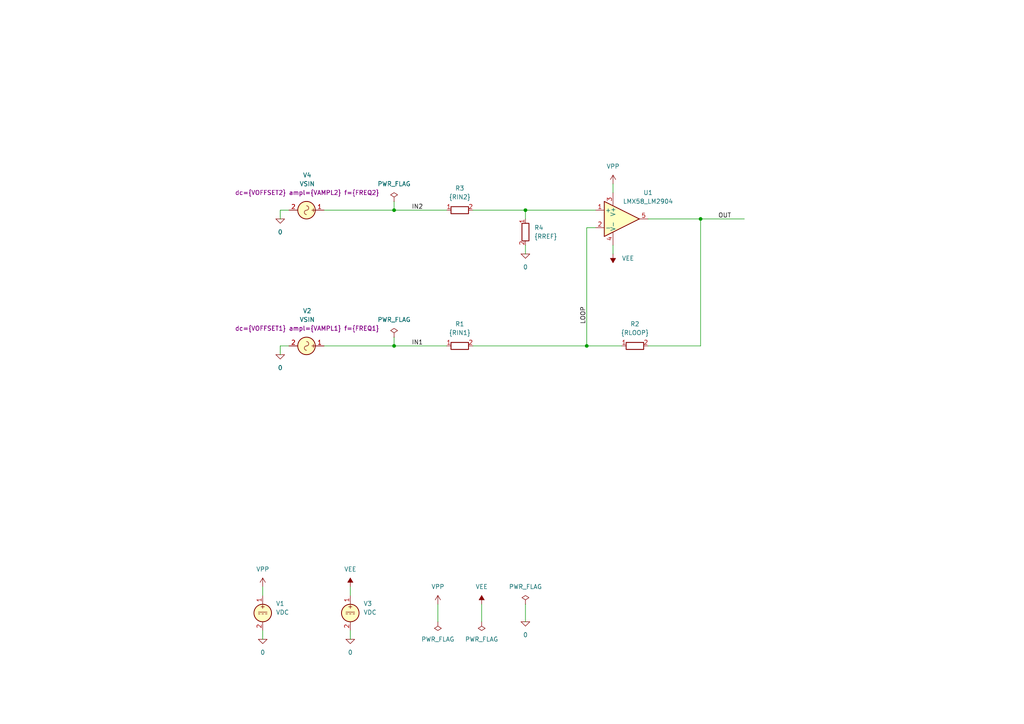
<source format=kicad_sch>
(kicad_sch (version 20211123) (generator eeschema)
  (paper "A4")
  (title_block (title "Differential operational amplifier") (date "2023-09-04") (rev "1") (company "astroelectronic@") (comment 1 "-") (comment 2 "-") (comment 3 "-") (comment 4 "AE01010358"))
  (lib_symbols
    (symbol "Device:R" (pin_names (offset 0) hide)
      (property "Reference" "R" (at 2.032 0 90))
      (property "Value" "R" (at 0 0 90))
      (symbol "R_0_1"
        (rectangle (start -1.016 -2.54) (end 1.016 2.54) (stroke (width 0.254)))
      )
      (symbol "R_1_1"
        (pin passive line (at 0 3.81 270) (length 1.27) (name "~") (number "1"))
        (pin passive line (at 0 -3.81 90) (length 1.27) (name "~") (number "2"))
      )
    )
    (symbol "LM358:LMX58_LM2904" (pin_names (offset 0.254))
      (property "Reference" "U" (at 3.81 3.175 0))
      (property "Value" "LMX58_LM2904" (at 3.81 -3.175 0))
      (symbol "LMX58_LM2904_0_1"
        (polyline (pts (xy 5.08 0) (xy -5.08 5.08) (xy -5.08 -5.08) (xy 5.08 0)) (stroke (width 0.254)) (fill (type background)))
      )
      (symbol "LMX58_LM2904_1_1"
        (pin passive line (at -7.62 2.54 0) (length 2.54) (name "+") (number "1"))
        (pin passive line (at -7.62 -2.54 0) (length 2.54) (name "-") (number "2"))
        (pin passive line (at -2.54 7.62 270) (length 3.81) (name "V+") (number "3"))
        (pin passive line (at -2.54 -7.62 90) (length 3.81) (name "V-") (number "4"))
        (pin passive line (at 7.62 0 180) (length 2.54) (name "~") (number "5"))
      )
    )
    (symbol "R_1" (pin_names (offset 0) hide)
      (property "Reference" "R" (at 2.032 0 90))
      (property "Value" "R_1" (at 0 0 90))
      (symbol "R_1_0_1"
        (rectangle (start -1.016 -2.54) (end 1.016 2.54) (stroke (width 0.254)))
      )
      (symbol "R_1_1_1"
        (pin passive line (at 0 3.81 270) (length 1.27) (name "~") (number "1"))
        (pin passive line (at 0 -3.81 90) (length 1.27) (name "~") (number "2"))
      )
    )
    (symbol "Simulation_SPICE:VDC" (pin_names (offset 0.0254) hide)
      (property "Reference" "V" (at 2.54 2.54 0))
      (property "Value" "VDC" (at 2.54 0 0))
      (property "Spice_Model" "dc(1)" (at 2.54 -2.54 0))
      (symbol "VDC_0_0"
        (polyline (pts (xy -1.27 0.254) (xy 1.27 0.254)))
        (polyline (pts (xy -0.762 -0.254) (xy -1.27 -0.254)))
        (polyline (pts (xy 0.254 -0.254) (xy -0.254 -0.254)))
        (polyline (pts (xy 1.27 -0.254) (xy 0.762 -0.254)))
        (text "+" (at 0 1.905 0) (effects (font (size 1.27 1.27))))
      )
      (symbol "VDC_0_1"
        (circle (center 0 0) (radius 2.54) (stroke (width 0.254)) (fill (type background)))
      )
      (symbol "VDC_1_1"
        (pin passive line (at 0 5.08 270) (length 2.54) (name "~") (number "1"))
        (pin passive line (at 0 -5.08 90) (length 2.54) (name "~") (number "2"))
      )
    )
    (symbol "Simulation_SPICE:VSIN" (pin_names (offset 0.0254) hide)
      (property "Reference" "V" (at 2.54 2.54 0))
      (property "Value" "VSIN" (at 2.54 0 0))
      (property "Spice_Model" "sin(0 1 1k)" (at 2.54 -2.54 0))
      (symbol "VSIN_0_0"
        (arc (start 0 0) (mid -0.635 0.635) (end -1.27 0))
        (arc (start 0 0) (mid 0.635 -0.635) (end 1.27 0))
        (text "+" (at 0 1.905 0) (effects (font (size 1.27 1.27))))
      )
      (symbol "VSIN_0_1"
        (circle (center 0 0) (radius 2.54) (stroke (width 0.254)) (fill (type background)))
      )
      (symbol "VSIN_1_1"
        (pin passive line (at 0 5.08 270) (length 2.54) (name "~") (number "1"))
        (pin passive line (at 0 -5.08 90) (length 2.54) (name "~") (number "2"))
      )
    )
    (symbol "VDC_1" (pin_names (offset 0.0254) hide)
      (property "Reference" "V" (at 2.54 2.54 0))
      (property "Value" "VDC_1" (at 2.54 0 0))
      (property "Spice_Model" "dc(1)" (at 2.54 -2.54 0))
      (symbol "VDC_1_0_0"
        (polyline (pts (xy -1.27 0.254) (xy 1.27 0.254)))
        (polyline (pts (xy -0.762 -0.254) (xy -1.27 -0.254)))
        (polyline (pts (xy 0.254 -0.254) (xy -0.254 -0.254)))
        (polyline (pts (xy 1.27 -0.254) (xy 0.762 -0.254)))
        (text "+" (at 0 1.905 0) (effects (font (size 1.27 1.27))))
      )
      (symbol "VDC_1_0_1"
        (circle (center 0 0) (radius 2.54) (stroke (width 0.254)) (fill (type background)))
      )
      (symbol "VDC_1_1_1"
        (pin passive line (at 0 5.08 270) (length 2.54) (name "~") (number "1"))
        (pin passive line (at 0 -5.08 90) (length 2.54) (name "~") (number "2"))
      )
    )
    (symbol "power:PWR_FLAG" (power) (pin_numbers hide) (pin_names (offset 0) hide)
      (property "Value" "PWR_FLAG" (at 0 3.81 0))
      (symbol "PWR_FLAG_0_0"
        (pin power_out line (at 0 0 90) (length 0) (name "pwr") (number "1"))
      )
      (symbol "PWR_FLAG_0_1"
        (polyline (pts (xy 0 0) (xy 0 1.27) (xy -1.016 1.905) (xy 0 2.54) (xy 1.016 1.905) (xy 0 1.27)))
      )
    )
    (symbol "power:VEE" (power) (pin_names (offset 0))
      (property "Value" "VEE" (at 0 3.81 0))
      (symbol "VEE_0_1"
        (polyline (pts (xy 0 0) (xy 0 2.54)))
        (polyline (pts (xy 0.762 1.27) (xy -0.762 1.27) (xy 0 2.54) (xy 0.762 1.27)) (fill (type outline)))
      )
      (symbol "VEE_1_1"
        (pin power_in line (at 0 0 90) (length 0) hide (name "VEE") (number "1"))
      )
    )
    (symbol "power:VPP" (power) (pin_names (offset 0))
      (property "Value" "VPP" (at 0 3.81 0))
      (symbol "VPP_0_1"
        (polyline (pts (xy -0.762 1.27) (xy 0 2.54)))
        (polyline (pts (xy 0 0) (xy 0 2.54)))
        (polyline (pts (xy 0 2.54) (xy 0.762 1.27)))
      )
      (symbol "VPP_1_1"
        (pin power_in line (at 0 0 90) (length 0) hide (name "VPP") (number "1"))
      )
    )
    (symbol "pspice:0" (power) (pin_names (offset 0))
      (property "Value" "0" (at 0 -1.778 0))
      (symbol "0_0_1"
        (polyline (pts (xy -1.27 0) (xy 0 -1.27) (xy 1.27 0) (xy -1.27 0)))
      )
      (symbol "0_1_1"
        (pin power_in line (at 0 0 0) (length 0) hide (name "0") (number "1"))
      )
    )
  )
  (junction (at 152.4 60.96))
  (junction (at 170.18 100.33))
  (junction (at 114.3 100.33))
  (junction (at 114.3 60.96))
  (junction (at 203.2 63.5))
  (wire (pts (xy 114.3 97.79) (xy 114.3 100.33)))
  (wire (pts (xy 81.28 60.96) (xy 81.28 63.5)))
  (wire (pts (xy 170.18 100.33) (xy 180.34 100.33)))
  (wire (pts (xy 152.4 71.12) (xy 152.4 73.66)))
  (wire (pts (xy 129.54 60.96) (xy 114.3 60.96)))
  (wire (pts (xy 139.7 175.26) (xy 139.7 180.34)))
  (wire (pts (xy 81.28 100.33) (xy 83.82 100.33)))
  (wire (pts (xy 152.4 60.96) (xy 172.72 60.96)))
  (wire (pts (xy 187.96 100.33) (xy 203.2 100.33)))
  (wire (pts (xy 170.18 66.04) (xy 170.18 100.33)))
  (wire (pts (xy 177.8 53.34) (xy 177.8 55.88)))
  (wire (pts (xy 170.18 66.04) (xy 172.72 66.04)))
  (wire (pts (xy 101.6 170.18) (xy 101.6 172.72)))
  (wire (pts (xy 76.2 170.18) (xy 76.2 172.72)))
  (wire (pts (xy 114.3 60.96) (xy 93.98 60.96)))
  (wire (pts (xy 101.6 182.88) (xy 101.6 185.42)))
  (wire (pts (xy 177.8 71.12) (xy 177.8 73.66)))
  (wire (pts (xy 203.2 63.5) (xy 187.96 63.5)))
  (wire (pts (xy 81.28 100.33) (xy 81.28 102.87)))
  (wire (pts (xy 81.28 60.96) (xy 83.82 60.96)))
  (wire (pts (xy 152.4 175.26) (xy 152.4 180.34)))
  (wire (pts (xy 203.2 63.5) (xy 215.9 63.5)))
  (wire (pts (xy 152.4 60.96) (xy 137.16 60.96)))
  (wire (pts (xy 114.3 58.42) (xy 114.3 60.96)))
  (wire (pts (xy 76.2 182.88) (xy 76.2 185.42)))
  (wire (pts (xy 127 175.26) (xy 127 180.34)))
  (wire (pts (xy 129.54 100.33) (xy 114.3 100.33)))
  (wire (pts (xy 203.2 63.5) (xy 203.2 100.33)))
  (wire (pts (xy 137.16 100.33) (xy 170.18 100.33)))
  (wire (pts (xy 114.3 100.33) (xy 93.98 100.33)))
  (wire (pts (xy 152.4 60.96) (xy 152.4 63.5)))
  (label "IN2" (at 119.38 60.96 0))
  (label "LOOP" (at 170.18 93.98 90))
  (label "OUT" (at 208.28 63.5 0))
  (label "IN1" (at 119.38 100.33 0))
  (symbol (lib_id "Simulation_SPICE:VDC") (at 101.6 177.8 0) (unit 1)
    (property "Reference" "V3" (at 105.41 175.0701 0) (effects (justify left)))
    (property "Value" "VDC" (at 105.41 177.6101 0) (effects (justify left)))
    (property "Spice_Netlist_Enabled" "Y" (effects hide))
    (property "Spice_Primitive" "V" (effects hide))
    (property "Spice_Model" "{VNEG}" (at 105.41 180.1501 0) (effects (justify left)))
  )
  (symbol (lib_id "power:VPP") (at 76.2 170.18 0) (unit 1)
    (property "Reference" "#PWR01" (effects hide))
    (property "Value" "VPP" (at 76.2 165.1 0))
  )
  (symbol (lib_id "power:PWR_FLAG") (at 114.3 97.79 0) (unit 1)
    (property "Reference" "#FLG01" (effects hide))
    (property "Value" "PWR_FLAG" (at 114.3 92.71 0))
  )
  (symbol (lib_id "pspice:0") (at 152.4 180.34 0) (unit 1)
    (property "Reference" "#GND05" (effects hide))
    (property "Value" "0" (at 152.4 184.15 0))
  )
  (symbol (lib_id "power:PWR_FLAG") (at 114.3 58.42 0) (unit 1)
    (property "Reference" "#FLG05" (effects hide))
    (property "Value" "PWR_FLAG" (at 114.3 53.34 0))
  )
  (symbol (lib_id "Device:R") (at 184.15 100.33 90) (unit 1)
    (property "Reference" "R2" (at 184.15 93.98 90))
    (property "Value" "{RLOOP}" (at 184.15 96.52 90))
  )
  (symbol (lib_id "pspice:0") (at 152.4 73.66 0) (unit 1)
    (property "Reference" "#GND06" (effects hide))
    (property "Value" "0" (at 152.4 77.47 0))
  )
  (symbol (lib_id "power:PWR_FLAG") (at 139.7 180.34 180) (unit 1)
    (property "Reference" "#FLG03" (effects hide))
    (property "Value" "PWR_FLAG" (at 139.7 185.42 0))
  )
  (symbol (lib_id "power:PWR_FLAG") (at 127 180.34 180) (unit 1)
    (property "Reference" "#FLG02" (effects hide))
    (property "Value" "PWR_FLAG" (at 127 185.42 0))
  )
  (symbol (lib_id "power:VEE") (at 139.7 175.26 0) (unit 1)
    (property "Reference" "#PWR06" (effects hide))
    (property "Value" "VEE" (at 139.7 170.18 0))
  )
  (symbol (lib_name "R_1") (lib_id "Device:R") (at 152.4 67.31 0) (unit 1)
    (property "Reference" "R4" (at 154.94 66.0399 0) (effects (justify left)))
    (property "Value" "{RREF}" (at 154.94 68.5799 0) (effects (justify left)))
  )
  (symbol (lib_id "power:PWR_FLAG") (at 152.4 175.26 0) (unit 1)
    (property "Reference" "#FLG04" (effects hide))
    (property "Value" "PWR_FLAG" (at 152.4 170.18 0))
  )
  (symbol (lib_name "VDC_1") (lib_id "Simulation_SPICE:VDC") (at 76.2 177.8 0) (unit 1)
    (property "Reference" "V1" (at 80.01 175.0701 0) (effects (justify left)))
    (property "Value" "VDC" (at 80.01 177.6101 0) (effects (justify left)))
    (property "Spice_Netlist_Enabled" "Y" (effects hide))
    (property "Spice_Primitive" "V" (effects hide))
    (property "Spice_Model" "{VPOS}" (at 80.01 180.1501 0) (effects (justify left)))
  )
  (symbol (lib_id "pspice:0") (at 76.2 185.42 0) (unit 1)
    (property "Reference" "#GND01" (effects hide))
    (property "Value" "0" (at 76.2 189.23 0))
  )
  (symbol (lib_name "R_1") (lib_id "Device:R") (at 133.35 100.33 90) (unit 1)
    (property "Reference" "R1" (at 133.35 93.98 90))
    (property "Value" "{RIN1}" (at 133.35 96.52 90))
  )
  (symbol (lib_id "Simulation_SPICE:VSIN") (at 88.9 60.96 270) (unit 1)
    (property "Reference" "V4" (at 89.0897 50.8 90))
    (property "Value" "VSIN" (at 89.0897 53.34 90))
    (property "Spice_Netlist_Enabled" "Y" (effects hide))
    (property "Spice_Primitive" "V" (effects hide))
    (property "Spice_Model" "sin({VOFFSET2} {VAMPL2} {FREQ2})" (at 89.0897 55.88 90))
  )
  (symbol (lib_id "pspice:0") (at 101.6 185.42 0) (unit 1)
    (property "Reference" "#GND03" (effects hide))
    (property "Value" "0" (at 101.6 189.23 0))
  )
  (symbol (lib_id "power:VPP") (at 177.8 53.34 0) (unit 1)
    (property "Reference" "#PWR03" (effects hide))
    (property "Value" "VPP" (at 177.8 48.26 0))
  )
  (symbol (lib_id "power:VEE") (at 177.8 73.66 180) (unit 1)
    (property "Reference" "#PWR04" (effects hide))
    (property "Value" "VEE" (at 180.34 74.9299 0) (effects (justify right)))
  )
  (symbol (lib_id "power:VPP") (at 127 175.26 0) (unit 1)
    (property "Reference" "#PWR05" (effects hide))
    (property "Value" "VPP" (at 127 170.18 0))
  )
  (symbol (lib_id "power:VEE") (at 101.6 170.18 0) (unit 1)
    (property "Reference" "#PWR02" (effects hide))
    (property "Value" "VEE" (at 101.6 165.1 0))
  )
  (symbol (lib_name "R_1") (lib_id "Device:R") (at 133.35 60.96 90) (unit 1)
    (property "Reference" "R3" (at 133.35 54.61 90))
    (property "Value" "{RIN2}" (at 133.35 57.15 90))
  )
  (symbol (lib_id "LM358:LMX58_LM2904") (at 180.34 63.5 0) (unit 1)
    (property "Reference" "U1" (at 187.96 55.88 0))
    (property "Value" "LMX58_LM2904" (at 187.96 58.42 0))
    (property "Spice_Netlist_Enabled" "Y" (effects hide))
    (property "Spice_Primitive" "X" (effects hide))
    (property "Spice_Model" "LMX58_LM2904" (effects hide))
    (property "Spice_Lib_File" "/home/astroelectronica/kicad/projects/LM358/models/lmx58_lm2904.lib" (effects hide))
  )
  (symbol (lib_id "Simulation_SPICE:VSIN") (at 88.9 100.33 270) (unit 1)
    (property "Reference" "V2" (at 89.0897 90.17 90))
    (property "Value" "VSIN" (at 89.0897 92.71 90))
    (property "Spice_Netlist_Enabled" "Y" (effects hide))
    (property "Spice_Primitive" "V" (effects hide))
    (property "Spice_Model" "sin({VOFFSET1} {VAMPL1} {FREQ1})" (at 89.0897 95.25 90))
  )
  (symbol (lib_id "pspice:0") (at 81.28 102.87 0) (unit 1)
    (property "Reference" "#GND04" (effects hide))
    (property "Value" "0" (at 81.28 106.68 0))
  )
  (symbol (lib_id "pspice:0") (at 81.28 63.5 0) (unit 1)
    (property "Reference" "#GND02" (effects hide))
    (property "Value" "0" (at 81.28 67.31 0))
  )
)
</source>
